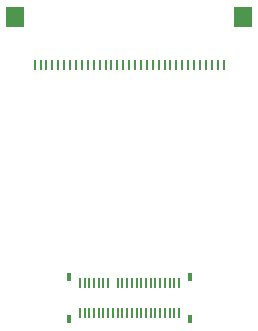
<source format=gbr>
%TF.GenerationSoftware,KiCad,Pcbnew,6.0.7-f9a2dced07~116~ubuntu20.04.1*%
%TF.CreationDate,2022-09-27T22:25:40+02:00*%
%TF.ProjectId,S3-44-to-33-FPC,53332d34-342d-4746-9f2d-33332d465043,1.0*%
%TF.SameCoordinates,Original*%
%TF.FileFunction,Paste,Top*%
%TF.FilePolarity,Positive*%
%FSLAX46Y46*%
G04 Gerber Fmt 4.6, Leading zero omitted, Abs format (unit mm)*
G04 Created by KiCad (PCBNEW 6.0.7-f9a2dced07~116~ubuntu20.04.1) date 2022-09-27 22:25:40*
%MOMM*%
%LPD*%
G01*
G04 APERTURE LIST*
%ADD10R,0.254000X0.812800*%
%ADD11R,1.524000X1.701800*%
%ADD12R,0.127000X0.863600*%
%ADD13R,0.330200X0.711200*%
G04 APERTURE END LIST*
D10*
%TO.C,J1*%
X121574999Y-94415650D03*
X121075000Y-94415650D03*
X120574999Y-94415650D03*
X120075000Y-94415650D03*
X119574998Y-94415650D03*
X119074999Y-94415650D03*
X118575000Y-94415650D03*
X118074999Y-94415650D03*
X117575000Y-94415650D03*
X117074998Y-94415650D03*
X116574999Y-94415650D03*
X116075000Y-94415650D03*
X115574999Y-94415650D03*
X115075000Y-94415650D03*
X114574998Y-94415650D03*
X114074999Y-94415650D03*
X113575000Y-94415650D03*
X113074998Y-94415650D03*
X112574999Y-94415650D03*
X112075000Y-94415650D03*
X111574999Y-94415650D03*
X111075000Y-94415650D03*
X110574998Y-94415650D03*
X110074999Y-94415650D03*
X109575000Y-94415650D03*
X109074999Y-94415650D03*
X108575000Y-94415650D03*
X108074998Y-94415650D03*
X107574999Y-94415650D03*
X107075000Y-94415650D03*
X106574999Y-94415650D03*
X106075000Y-94415650D03*
X105574998Y-94415650D03*
D11*
X103923000Y-90402450D03*
X123227000Y-90402450D03*
%TD*%
D12*
%TO.C,J2*%
X117799999Y-112880000D03*
X117799999Y-115420000D03*
X117400000Y-112880000D03*
X117400000Y-115420000D03*
X116999998Y-112880000D03*
X116999998Y-115420000D03*
X116599999Y-112880000D03*
X116599999Y-115420000D03*
X116200000Y-112880000D03*
X116200000Y-115420000D03*
X115800001Y-112880000D03*
X115800001Y-115420000D03*
X115399999Y-112880000D03*
X115399999Y-115420000D03*
X115000000Y-112880000D03*
X115000000Y-115420000D03*
X114600001Y-112880000D03*
X114600001Y-115420000D03*
X114199999Y-112880000D03*
X114199999Y-115420000D03*
X113800000Y-112880000D03*
X113800000Y-115420000D03*
X113400000Y-112880000D03*
X113400000Y-115420000D03*
X113000001Y-112880000D03*
X113000001Y-115420000D03*
X112599999Y-112880000D03*
X112599999Y-115420000D03*
X112200000Y-115420000D03*
X111800001Y-112880000D03*
X111800001Y-115420000D03*
X111399999Y-112880000D03*
X111399999Y-115420000D03*
X111000000Y-112880000D03*
X111000000Y-115420000D03*
X110600001Y-112880000D03*
X110600001Y-115420000D03*
X110199999Y-112880000D03*
X110199999Y-115420000D03*
X109800000Y-112880000D03*
X109800000Y-115420000D03*
X109400001Y-112880000D03*
X109400001Y-115420000D03*
D13*
X108500000Y-112370000D03*
X118700000Y-112370000D03*
X108500000Y-115930000D03*
X118700000Y-115930000D03*
%TD*%
M02*

</source>
